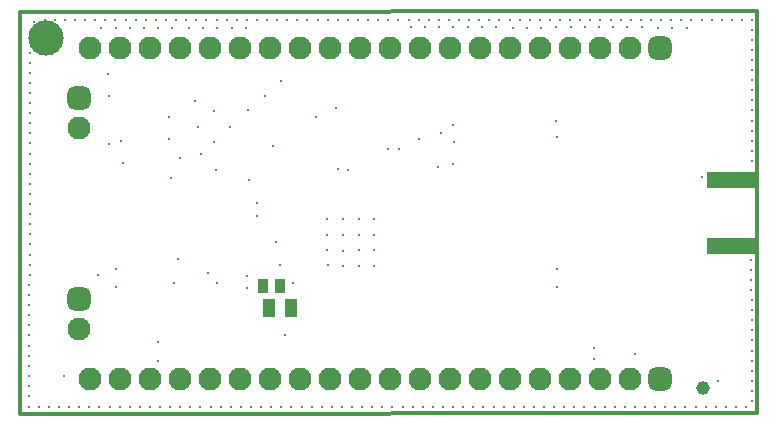
<source format=gbs>
G04*
G04 #@! TF.GenerationSoftware,Altium Limited,Altium Designer,20.2.6 (244)*
G04*
G04 Layer_Color=16711935*
%FSLAX43Y43*%
%MOMM*%
G71*
G04*
G04 #@! TF.SameCoordinates,C144CD18-1887-4FAA-AC2B-496F7D53F270*
G04*
G04*
G04 #@! TF.FilePolarity,Negative*
G04*
G01*
G75*
%ADD12C,0.300*%
%ADD30R,0.875X1.150*%
%ADD37R,4.300X1.450*%
%ADD40C,3.000*%
%ADD41C,1.950*%
G04:AMPARAMS|DCode=42|XSize=1.95mm|YSize=1.95mm|CornerRadius=0.525mm|HoleSize=0mm|Usage=FLASHONLY|Rotation=180.000|XOffset=0mm|YOffset=0mm|HoleType=Round|Shape=RoundedRectangle|*
%AMROUNDEDRECTD42*
21,1,1.950,0.900,0,0,180.0*
21,1,0.900,1.950,0,0,180.0*
1,1,1.050,-0.450,0.450*
1,1,1.050,0.450,0.450*
1,1,1.050,0.450,-0.450*
1,1,1.050,-0.450,-0.450*
%
%ADD42ROUNDEDRECTD42*%
G04:AMPARAMS|DCode=43|XSize=1.95mm|YSize=1.95mm|CornerRadius=0.525mm|HoleSize=0mm|Usage=FLASHONLY|Rotation=270.000|XOffset=0mm|YOffset=0mm|HoleType=Round|Shape=RoundedRectangle|*
%AMROUNDEDRECTD43*
21,1,1.950,0.900,0,0,270.0*
21,1,0.900,1.950,0,0,270.0*
1,1,1.050,-0.450,-0.450*
1,1,1.050,-0.450,0.450*
1,1,1.050,0.450,0.450*
1,1,1.050,0.450,-0.450*
%
%ADD43ROUNDEDRECTD43*%
%ADD44C,0.100*%
%ADD45C,0.250*%
%ADD88R,1.110X1.550*%
%ADD89C,1.150*%
D12*
X-9Y17005D02*
X62391Y17098D01*
X-9Y17005D02*
X0Y-17000D01*
X62391Y17098D02*
X62401Y-16907D01*
X0Y-17000D02*
X62401Y-16907D01*
D30*
X20531Y-6136D02*
D03*
X21956D02*
D03*
D37*
X60270Y-2800D02*
D03*
Y2850D02*
D03*
D40*
X2200Y14800D02*
D03*
D41*
X5870Y14000D02*
D03*
X8410D02*
D03*
X10950D02*
D03*
X13490D02*
D03*
X16030D02*
D03*
X18570D02*
D03*
X21110D02*
D03*
X23650D02*
D03*
X26190D02*
D03*
X28730D02*
D03*
X31270D02*
D03*
X33810D02*
D03*
X36350D02*
D03*
X38890D02*
D03*
X41430D02*
D03*
X43970D02*
D03*
X46510D02*
D03*
X49050D02*
D03*
X51590D02*
D03*
X5000Y-9770D02*
D03*
Y7230D02*
D03*
X51590Y-14000D02*
D03*
X49050D02*
D03*
X46510D02*
D03*
X43970D02*
D03*
X41430D02*
D03*
X38890D02*
D03*
X36350D02*
D03*
X33810D02*
D03*
X31270D02*
D03*
X28730D02*
D03*
X26190D02*
D03*
X23650D02*
D03*
X21110D02*
D03*
X18570D02*
D03*
X16030D02*
D03*
X13490D02*
D03*
X10950D02*
D03*
X8410D02*
D03*
X5870D02*
D03*
D42*
X54130Y14000D02*
D03*
Y-14000D02*
D03*
D43*
X5000Y-7230D02*
D03*
Y9770D02*
D03*
D44*
X46273Y-563D02*
D03*
X39412Y10849D02*
D03*
X41904Y10854D02*
D03*
X38788Y10849D02*
D03*
X41281D02*
D03*
X38165D02*
D03*
X40658D02*
D03*
X37542D02*
D03*
X40035D02*
D03*
X43150Y10858D02*
D03*
X45643D02*
D03*
X45020D02*
D03*
X44397D02*
D03*
X42527D02*
D03*
X43773D02*
D03*
X46266D02*
D03*
X48135Y10859D02*
D03*
X46889D02*
D03*
X48759D02*
D03*
X47512D02*
D03*
X61009Y15043D02*
D03*
X60559Y14143D02*
D03*
X61009Y13243D02*
D03*
X60559Y12343D02*
D03*
X61009Y11443D02*
D03*
X60559Y10543D02*
D03*
X61009Y9643D02*
D03*
X60559Y8743D02*
D03*
X61009Y7843D02*
D03*
X60559Y6943D02*
D03*
X61009Y6043D02*
D03*
X60559Y5143D02*
D03*
X61009Y4243D02*
D03*
Y-4757D02*
D03*
X60559Y-5657D02*
D03*
X61009Y-6557D02*
D03*
X60559Y-7457D02*
D03*
X61009Y-8357D02*
D03*
X60559Y-9257D02*
D03*
X61009Y-10157D02*
D03*
X60559Y-11057D02*
D03*
X61009Y-11957D02*
D03*
X60559Y-12857D02*
D03*
X61009Y-13757D02*
D03*
X60559Y-14657D02*
D03*
X61009Y-15557D02*
D03*
X60109Y15043D02*
D03*
X59659Y14143D02*
D03*
X60109Y13243D02*
D03*
X59659Y12343D02*
D03*
X60109Y11443D02*
D03*
X59659Y10543D02*
D03*
X60109Y9643D02*
D03*
X59659Y8743D02*
D03*
X60109Y7843D02*
D03*
X59659Y6943D02*
D03*
X60109Y6043D02*
D03*
X59659Y5143D02*
D03*
X60109Y4243D02*
D03*
Y-4757D02*
D03*
X59659Y-5657D02*
D03*
X60109Y-6557D02*
D03*
X59659Y-7457D02*
D03*
X60109Y-8357D02*
D03*
X59659Y-9257D02*
D03*
X60109Y-10157D02*
D03*
X59659Y-11057D02*
D03*
X60109Y-11957D02*
D03*
X59659Y-12857D02*
D03*
X60109Y-13757D02*
D03*
X59659Y-14657D02*
D03*
X60109Y-15557D02*
D03*
X59209Y15043D02*
D03*
X58759Y14143D02*
D03*
X59209Y13243D02*
D03*
X58759Y12343D02*
D03*
X59209Y11443D02*
D03*
X58759Y10543D02*
D03*
X59209Y9643D02*
D03*
X58759Y8743D02*
D03*
X59209Y7843D02*
D03*
X58759Y6943D02*
D03*
X59209Y6043D02*
D03*
X58759Y5143D02*
D03*
X59209Y4243D02*
D03*
Y-4757D02*
D03*
X58759Y-5657D02*
D03*
X59209Y-6557D02*
D03*
X58759Y-7457D02*
D03*
X59209Y-8357D02*
D03*
X58759Y-9257D02*
D03*
X59209Y-10157D02*
D03*
X58759Y-11057D02*
D03*
X59209Y-11957D02*
D03*
X58759Y-12857D02*
D03*
X59209Y-15557D02*
D03*
X58309Y15043D02*
D03*
X57859Y14143D02*
D03*
X58309Y13243D02*
D03*
X57859Y12343D02*
D03*
X58309Y11443D02*
D03*
X57859Y10543D02*
D03*
X58309Y9643D02*
D03*
X57859Y8743D02*
D03*
X58309Y7843D02*
D03*
X57859Y6943D02*
D03*
X58309Y6043D02*
D03*
X57859Y5143D02*
D03*
X58309Y4243D02*
D03*
Y-4757D02*
D03*
X57859Y-5657D02*
D03*
X58309Y-6557D02*
D03*
X57859Y-7457D02*
D03*
X58309Y-8357D02*
D03*
X57859Y-9257D02*
D03*
X58309Y-10157D02*
D03*
X57859Y-11057D02*
D03*
X58309Y-11957D02*
D03*
X57859Y-12857D02*
D03*
X58309Y-13757D02*
D03*
X57409Y15043D02*
D03*
X56959Y14143D02*
D03*
X57409Y13243D02*
D03*
X56959Y12343D02*
D03*
X57409Y11443D02*
D03*
X56959Y10543D02*
D03*
X57409Y9643D02*
D03*
X56959Y8743D02*
D03*
X57409Y7843D02*
D03*
X56959Y6943D02*
D03*
X57409Y6043D02*
D03*
X56959Y5143D02*
D03*
X57409Y4243D02*
D03*
X56959Y3343D02*
D03*
X57409Y-2957D02*
D03*
X56959Y-3857D02*
D03*
X57409Y-4757D02*
D03*
X56959Y-5657D02*
D03*
X57409Y-6557D02*
D03*
X56959Y-7457D02*
D03*
X57409Y-8357D02*
D03*
X56959Y-9257D02*
D03*
X57409Y-10157D02*
D03*
X56959Y-11057D02*
D03*
X57409Y-11957D02*
D03*
X56959Y-12857D02*
D03*
X57409Y-13757D02*
D03*
X56059Y14143D02*
D03*
X56509Y13243D02*
D03*
X56059Y12343D02*
D03*
X56509Y11443D02*
D03*
X56059Y10543D02*
D03*
X56509Y9643D02*
D03*
X56059Y8743D02*
D03*
X56509Y7843D02*
D03*
X56059Y6943D02*
D03*
X56509Y6043D02*
D03*
X56059Y5143D02*
D03*
X56509Y4243D02*
D03*
X56059Y3343D02*
D03*
X56509Y2443D02*
D03*
Y-2957D02*
D03*
X56059Y-3857D02*
D03*
X56509Y-4757D02*
D03*
X56059Y-5657D02*
D03*
X56509Y-6557D02*
D03*
X56059Y-7457D02*
D03*
X56509Y-8357D02*
D03*
X56059Y-9257D02*
D03*
X56509Y-10157D02*
D03*
X56059Y-11057D02*
D03*
X56509Y-11957D02*
D03*
X56059Y-12857D02*
D03*
X56509Y-13757D02*
D03*
X56059Y-14657D02*
D03*
X56509Y-15557D02*
D03*
X55609Y15043D02*
D03*
Y13243D02*
D03*
X55159Y12343D02*
D03*
X55609Y11443D02*
D03*
X55159Y10543D02*
D03*
X55609Y9643D02*
D03*
X55159Y8743D02*
D03*
X55609Y7843D02*
D03*
X55159Y6943D02*
D03*
X55609Y6043D02*
D03*
X55159Y5143D02*
D03*
X55609Y4243D02*
D03*
X55159Y3343D02*
D03*
X55609Y2443D02*
D03*
Y-2957D02*
D03*
X55159Y-3857D02*
D03*
X55609Y-4757D02*
D03*
X55159Y-5657D02*
D03*
X55609Y-6557D02*
D03*
X55159Y-7457D02*
D03*
X55609Y-8357D02*
D03*
X55159Y-9257D02*
D03*
X55609Y-10157D02*
D03*
X55159Y-11057D02*
D03*
X55609Y-11957D02*
D03*
Y-13757D02*
D03*
Y-15557D02*
D03*
X54259Y12343D02*
D03*
X54709Y11443D02*
D03*
X54259Y10543D02*
D03*
X54709Y9643D02*
D03*
X54259Y8743D02*
D03*
X54709Y7843D02*
D03*
X54259Y6943D02*
D03*
X54709Y6043D02*
D03*
X54259Y5143D02*
D03*
X54709Y4243D02*
D03*
X54259Y3343D02*
D03*
X54709Y2443D02*
D03*
Y-2957D02*
D03*
X54259Y-3857D02*
D03*
X54709Y-4757D02*
D03*
X54259Y-5657D02*
D03*
X54709Y-6557D02*
D03*
X54259Y-7457D02*
D03*
X54709Y-8357D02*
D03*
X54259Y-9257D02*
D03*
X54709Y-10157D02*
D03*
X54259Y-11057D02*
D03*
X54709Y-11957D02*
D03*
Y-15557D02*
D03*
X53359Y12343D02*
D03*
X53809Y11443D02*
D03*
X53359Y10543D02*
D03*
X53809Y9643D02*
D03*
X53359Y8743D02*
D03*
X53809Y7843D02*
D03*
X53359Y6943D02*
D03*
X53809Y6043D02*
D03*
X53359Y5143D02*
D03*
X53809Y4243D02*
D03*
X53359Y3343D02*
D03*
X53809Y2443D02*
D03*
Y-2957D02*
D03*
X53359Y-3857D02*
D03*
X53809Y-4757D02*
D03*
X53359Y-5657D02*
D03*
X53809Y-6557D02*
D03*
X53359Y-7457D02*
D03*
X53809Y-8357D02*
D03*
X53359Y-11057D02*
D03*
X53809Y-11957D02*
D03*
Y-15557D02*
D03*
X52909Y15043D02*
D03*
X52459Y12343D02*
D03*
X52909Y11443D02*
D03*
Y9643D02*
D03*
X52459Y8743D02*
D03*
X52909Y7843D02*
D03*
X52459Y6943D02*
D03*
X52909Y6043D02*
D03*
X52459Y5143D02*
D03*
X52909Y4243D02*
D03*
X52459Y3343D02*
D03*
X52909Y2443D02*
D03*
Y-2957D02*
D03*
X52459Y-3857D02*
D03*
X52909Y-4757D02*
D03*
X52459Y-5657D02*
D03*
X52909Y-6557D02*
D03*
X52459Y-7457D02*
D03*
X52909Y-8357D02*
D03*
X52459Y-9257D02*
D03*
Y-11057D02*
D03*
X52909Y-11957D02*
D03*
X52459Y-12857D02*
D03*
X52909Y-15557D02*
D03*
X51559Y12343D02*
D03*
X52009Y11443D02*
D03*
X51559Y10543D02*
D03*
X52009Y9643D02*
D03*
X51559Y8743D02*
D03*
X52009Y7843D02*
D03*
X51559Y6943D02*
D03*
X52009Y6043D02*
D03*
X51559Y5143D02*
D03*
X52009Y4243D02*
D03*
X51559Y3343D02*
D03*
X52009Y2443D02*
D03*
Y-2957D02*
D03*
X51559Y-3857D02*
D03*
X52009Y-4757D02*
D03*
X51559Y-5657D02*
D03*
X52009Y-6557D02*
D03*
X51559Y-7457D02*
D03*
X52009Y-8357D02*
D03*
X51559Y-11057D02*
D03*
X52009Y-15557D02*
D03*
X51109Y11443D02*
D03*
Y9643D02*
D03*
X50659Y8743D02*
D03*
X51109Y7843D02*
D03*
X50659Y6943D02*
D03*
X51109Y6043D02*
D03*
X50659Y5143D02*
D03*
X51109Y4243D02*
D03*
X50659Y3343D02*
D03*
X51109Y2443D02*
D03*
Y-2957D02*
D03*
X50659Y-3857D02*
D03*
X51109Y-4757D02*
D03*
X50659Y-5657D02*
D03*
X51109Y-6557D02*
D03*
X50659Y-7457D02*
D03*
X51109Y-8357D02*
D03*
X50659Y-9257D02*
D03*
Y-12857D02*
D03*
X51109Y-15557D02*
D03*
X50209Y9643D02*
D03*
X49759Y8743D02*
D03*
X50209Y7843D02*
D03*
X49759Y6943D02*
D03*
X50209Y6043D02*
D03*
X49759Y5143D02*
D03*
X50209Y4243D02*
D03*
X49759Y3343D02*
D03*
X50209Y2443D02*
D03*
Y-2957D02*
D03*
X49759Y-3857D02*
D03*
X50209Y-4757D02*
D03*
X49759Y-5657D02*
D03*
X50209Y-6557D02*
D03*
X49759Y-7457D02*
D03*
X50209Y-8357D02*
D03*
X49759Y-9257D02*
D03*
X48859Y12343D02*
D03*
X49309Y9643D02*
D03*
X48859Y8743D02*
D03*
X49309Y7843D02*
D03*
X48859Y6943D02*
D03*
X49309Y6043D02*
D03*
X48859Y5143D02*
D03*
X49309Y4243D02*
D03*
X48859Y3343D02*
D03*
X49309Y-4757D02*
D03*
Y-6557D02*
D03*
X48859Y-7457D02*
D03*
X49309Y-8357D02*
D03*
X48859Y-9257D02*
D03*
X48409Y9643D02*
D03*
X47959Y8743D02*
D03*
X48409Y7843D02*
D03*
X47959Y6943D02*
D03*
X48409Y6043D02*
D03*
X47959Y5143D02*
D03*
X48409Y4243D02*
D03*
X47959Y3343D02*
D03*
X48409Y-6557D02*
D03*
X47959Y-7457D02*
D03*
X48409Y-8357D02*
D03*
X47959Y-9257D02*
D03*
X47509Y15043D02*
D03*
Y9643D02*
D03*
X47059Y8743D02*
D03*
X47509Y-2957D02*
D03*
Y-8357D02*
D03*
X47059Y-9257D02*
D03*
X46159Y12343D02*
D03*
X46609Y9643D02*
D03*
Y-15557D02*
D03*
X45259Y12343D02*
D03*
X45709Y9643D02*
D03*
X45259Y5143D02*
D03*
X45709Y4243D02*
D03*
X45259Y3343D02*
D03*
Y-7457D02*
D03*
Y-9257D02*
D03*
X45709Y-15557D02*
D03*
X44359Y12343D02*
D03*
X44809Y9643D02*
D03*
X44359Y5143D02*
D03*
X44809Y4243D02*
D03*
X44359Y3343D02*
D03*
X44809Y-8357D02*
D03*
X44359Y-9257D02*
D03*
X43459Y12343D02*
D03*
X43909Y9643D02*
D03*
X43459Y6943D02*
D03*
X43909Y6043D02*
D03*
X43459Y5143D02*
D03*
X43909Y4243D02*
D03*
X43459Y3343D02*
D03*
X43909Y-4757D02*
D03*
X43459Y-5657D02*
D03*
X43909Y-8357D02*
D03*
X43459Y-9257D02*
D03*
X43009Y9643D02*
D03*
X42559Y6943D02*
D03*
X43009Y6043D02*
D03*
X42559Y5143D02*
D03*
X43009Y4243D02*
D03*
X42559Y3343D02*
D03*
X43009Y-4757D02*
D03*
X42559Y-5657D02*
D03*
X43009Y-6557D02*
D03*
Y-8357D02*
D03*
X42559Y-9257D02*
D03*
X42109Y9643D02*
D03*
X41659Y6943D02*
D03*
X42109Y6043D02*
D03*
X41659Y5143D02*
D03*
X42109Y4243D02*
D03*
X41659Y3343D02*
D03*
X42109Y-4757D02*
D03*
X41659Y-5657D02*
D03*
X42109Y-6557D02*
D03*
Y-8357D02*
D03*
X41659Y-9257D02*
D03*
X41209Y9643D02*
D03*
X40759Y6943D02*
D03*
X41209Y6043D02*
D03*
X40759Y5143D02*
D03*
X41209Y4243D02*
D03*
X40759Y3343D02*
D03*
X41209Y-4757D02*
D03*
Y-8357D02*
D03*
X40759Y-9257D02*
D03*
X40309Y9643D02*
D03*
X39859Y6943D02*
D03*
X40309Y6043D02*
D03*
X39859Y5143D02*
D03*
X40309Y4243D02*
D03*
X39859Y3343D02*
D03*
X40309Y-4757D02*
D03*
Y-8357D02*
D03*
X39859Y-9257D02*
D03*
X39409Y9643D02*
D03*
Y6043D02*
D03*
X38959Y5143D02*
D03*
X39409Y4243D02*
D03*
Y-4757D02*
D03*
Y-8357D02*
D03*
X38959Y-9257D02*
D03*
X38509Y9643D02*
D03*
X38059Y6943D02*
D03*
X38509Y4243D02*
D03*
Y-4757D02*
D03*
Y-8357D02*
D03*
X38059Y-9257D02*
D03*
X37609Y15043D02*
D03*
Y9643D02*
D03*
X37159Y5143D02*
D03*
X37609Y-4757D02*
D03*
Y-8357D02*
D03*
X37159Y-9257D02*
D03*
X36709Y9643D02*
D03*
Y-4757D02*
D03*
Y-8357D02*
D03*
X36259Y-9257D02*
D03*
X35809Y9643D02*
D03*
X35359Y5143D02*
D03*
X35809Y-4757D02*
D03*
X35359Y-9257D02*
D03*
X34909Y15043D02*
D03*
X34009Y9643D02*
D03*
X28609Y-15557D02*
D03*
X24559Y12343D02*
D03*
X21409Y9643D02*
D03*
X20059Y8743D02*
D03*
Y-12857D02*
D03*
X19609Y9643D02*
D03*
Y7843D02*
D03*
X18708Y9643D02*
D03*
X18259Y8743D02*
D03*
X18708Y7843D02*
D03*
X17809Y9643D02*
D03*
X17358Y8743D02*
D03*
X17809Y6043D02*
D03*
X17358Y5143D02*
D03*
Y3343D02*
D03*
Y1543D02*
D03*
X16909Y9643D02*
D03*
Y7843D02*
D03*
X16458Y6943D02*
D03*
Y5143D02*
D03*
X16909Y2443D02*
D03*
X16458Y1543D02*
D03*
X16008Y9643D02*
D03*
X15559Y8743D02*
D03*
X16008Y7843D02*
D03*
Y4243D02*
D03*
X15559Y3343D02*
D03*
X14658Y8743D02*
D03*
X15108Y6043D02*
D03*
Y4243D02*
D03*
X14658Y3343D02*
D03*
Y-3857D02*
D03*
Y-5657D02*
D03*
Y-7457D02*
D03*
Y-12857D02*
D03*
X13759Y8743D02*
D03*
X14208Y7843D02*
D03*
X13759Y6943D02*
D03*
X14208Y6043D02*
D03*
Y4243D02*
D03*
X13759Y3343D02*
D03*
Y-257D02*
D03*
X14208Y-4757D02*
D03*
X13759Y-5657D02*
D03*
X14208Y-6557D02*
D03*
X13759Y-7457D02*
D03*
X13309Y7843D02*
D03*
Y6043D02*
D03*
X12858Y5143D02*
D03*
Y1543D02*
D03*
X13309Y643D02*
D03*
X12858Y-257D02*
D03*
X13309Y-1157D02*
D03*
X12858Y-2057D02*
D03*
X13309Y-4757D02*
D03*
Y-6557D02*
D03*
X12408Y15043D02*
D03*
Y4243D02*
D03*
Y643D02*
D03*
Y-1157D02*
D03*
Y-2957D02*
D03*
Y-4757D02*
D03*
Y-6557D02*
D03*
X10158Y-11057D02*
D03*
X9708Y15043D02*
D03*
X9259Y-9257D02*
D03*
Y-11057D02*
D03*
X9708Y-11957D02*
D03*
X9259Y-12857D02*
D03*
X8358Y5143D02*
D03*
Y3343D02*
D03*
X8809Y2443D02*
D03*
X8358Y1543D02*
D03*
X8809Y643D02*
D03*
X8358Y-257D02*
D03*
X8809Y-1157D02*
D03*
X8358Y-2057D02*
D03*
X8809Y-2957D02*
D03*
X8358Y-3857D02*
D03*
X8809Y-8357D02*
D03*
X8358Y-9257D02*
D03*
Y-11057D02*
D03*
X8809Y-11957D02*
D03*
X7458Y8743D02*
D03*
Y5143D02*
D03*
X7909Y4243D02*
D03*
X7458Y3343D02*
D03*
X7909Y2443D02*
D03*
X7458Y1543D02*
D03*
X7909Y643D02*
D03*
X7458Y-257D02*
D03*
X7909Y-1157D02*
D03*
X7458Y-2057D02*
D03*
X7909Y-2957D02*
D03*
X7458Y-3857D02*
D03*
Y-5657D02*
D03*
X7909Y-8357D02*
D03*
X7458Y-9257D02*
D03*
Y-11057D02*
D03*
X7909Y-11957D02*
D03*
X7458Y-12857D02*
D03*
X6558Y12343D02*
D03*
Y10543D02*
D03*
Y8743D02*
D03*
X7008Y7843D02*
D03*
X6558Y5143D02*
D03*
X7008Y4243D02*
D03*
X6558Y3343D02*
D03*
X7008Y2443D02*
D03*
X6558Y1543D02*
D03*
X7008Y643D02*
D03*
X6558Y-257D02*
D03*
X7008Y-1157D02*
D03*
X6558Y-2057D02*
D03*
X7008Y-2957D02*
D03*
X6558Y-3857D02*
D03*
X7008Y-6557D02*
D03*
Y-8357D02*
D03*
X6558Y-9257D02*
D03*
X7008Y-11957D02*
D03*
X5659Y12343D02*
D03*
X6108Y11443D02*
D03*
Y6043D02*
D03*
X5659Y5143D02*
D03*
X6108Y4243D02*
D03*
X5659Y3343D02*
D03*
X6108Y2443D02*
D03*
X5659Y1543D02*
D03*
X6108Y643D02*
D03*
X5659Y-257D02*
D03*
X6108Y-1157D02*
D03*
X5659Y-2057D02*
D03*
X6108Y-2957D02*
D03*
X5659Y-3857D02*
D03*
Y-5657D02*
D03*
X6108Y-11957D02*
D03*
Y-15557D02*
D03*
X4758Y5143D02*
D03*
X5208Y4243D02*
D03*
X4758Y3343D02*
D03*
X5208Y2443D02*
D03*
X4758Y1543D02*
D03*
X5208Y643D02*
D03*
X4758Y-257D02*
D03*
X5208Y-1157D02*
D03*
X4758Y-2057D02*
D03*
X5208Y-2957D02*
D03*
X4758Y-3857D02*
D03*
X5208Y-4757D02*
D03*
X4758Y-5657D02*
D03*
X5208Y-11957D02*
D03*
X4758Y-12857D02*
D03*
X5208Y-15557D02*
D03*
X4308Y15043D02*
D03*
X3858Y14143D02*
D03*
X4308Y13243D02*
D03*
X3858Y12343D02*
D03*
X4308Y11443D02*
D03*
X3858Y5143D02*
D03*
X4308Y4243D02*
D03*
X3858Y3343D02*
D03*
X4308Y2443D02*
D03*
X3858Y1543D02*
D03*
X4308Y643D02*
D03*
X3858Y-257D02*
D03*
X4308Y-1157D02*
D03*
X3858Y-2057D02*
D03*
X4308Y-2957D02*
D03*
X3858Y-3857D02*
D03*
X4308Y-4757D02*
D03*
X3858Y-5657D02*
D03*
Y-11057D02*
D03*
X4308Y-11957D02*
D03*
X3858Y-12857D02*
D03*
Y-14657D02*
D03*
X4308Y-15557D02*
D03*
X3408Y15043D02*
D03*
Y13243D02*
D03*
X2958Y12343D02*
D03*
X3408Y11443D02*
D03*
X2958Y10543D02*
D03*
X3408Y9643D02*
D03*
X2958Y8743D02*
D03*
X3408Y7843D02*
D03*
X2958Y6943D02*
D03*
X3408Y6043D02*
D03*
X2958Y5143D02*
D03*
X3408Y4243D02*
D03*
X2958Y3343D02*
D03*
X3408Y2443D02*
D03*
X2958Y1543D02*
D03*
X3408Y643D02*
D03*
X2958Y-257D02*
D03*
X3408Y-1157D02*
D03*
X2958Y-2057D02*
D03*
X3408Y-2957D02*
D03*
X2958Y-3857D02*
D03*
X3408Y-4757D02*
D03*
X2958Y-5657D02*
D03*
X3408Y-6557D02*
D03*
X2958Y-7457D02*
D03*
X3408Y-8357D02*
D03*
X2958Y-9257D02*
D03*
X3408Y-10157D02*
D03*
X2958Y-11057D02*
D03*
X3408Y-11957D02*
D03*
X2958Y-12857D02*
D03*
Y-14657D02*
D03*
X3408Y-15557D02*
D03*
X2508Y13243D02*
D03*
X2058Y12343D02*
D03*
X2508Y11443D02*
D03*
X2058Y10543D02*
D03*
X2508Y9643D02*
D03*
X2058Y8743D02*
D03*
X2508Y7843D02*
D03*
X2058Y6943D02*
D03*
X2508Y6043D02*
D03*
X2058Y5143D02*
D03*
X2508Y4243D02*
D03*
X2058Y3343D02*
D03*
X2508Y2443D02*
D03*
X2058Y1543D02*
D03*
X2508Y643D02*
D03*
X2058Y-257D02*
D03*
X2508Y-1157D02*
D03*
X2058Y-2057D02*
D03*
X2508Y-2957D02*
D03*
X2058Y-3857D02*
D03*
X2508Y-4757D02*
D03*
X2058Y-5657D02*
D03*
X2508Y-6557D02*
D03*
X2058Y-7457D02*
D03*
X2508Y-8357D02*
D03*
X2058Y-9257D02*
D03*
X2508Y-10157D02*
D03*
X2058Y-11057D02*
D03*
X2508Y-11957D02*
D03*
X2058Y-12857D02*
D03*
X2508Y-13757D02*
D03*
X2058Y-14657D02*
D03*
X2508Y-15557D02*
D03*
X1608Y13243D02*
D03*
Y11443D02*
D03*
Y9643D02*
D03*
Y7843D02*
D03*
Y6043D02*
D03*
Y4243D02*
D03*
Y2443D02*
D03*
Y643D02*
D03*
Y-1157D02*
D03*
Y-2957D02*
D03*
Y-4757D02*
D03*
Y-6557D02*
D03*
Y-8357D02*
D03*
Y-10157D02*
D03*
Y-11957D02*
D03*
Y-13757D02*
D03*
Y-15557D02*
D03*
X36347Y-2251D02*
D03*
X36327Y1896D02*
D03*
X36395Y2893D02*
D03*
X46062Y-1175D02*
D03*
X48581Y904D02*
D03*
X48878Y-717D02*
D03*
X49413Y-1066D02*
D03*
X50156D02*
D03*
X47428Y-1000D02*
D03*
X47244Y-1632D02*
D03*
X50630Y-1462D02*
D03*
X53129Y-1066D02*
D03*
X52386D02*
D03*
X54615D02*
D03*
X53872D02*
D03*
X56101D02*
D03*
X55358D02*
D03*
X61263Y-1405D02*
D03*
X62006D02*
D03*
X59777D02*
D03*
X60520D02*
D03*
X58291D02*
D03*
X59034D02*
D03*
X56744Y-1066D02*
D03*
X51890Y-1462D02*
D03*
X59030Y1456D02*
D03*
X58287D02*
D03*
X60516D02*
D03*
X59773D02*
D03*
X62002D02*
D03*
X61259D02*
D03*
X57708Y1139D02*
D03*
X56322D02*
D03*
X57065D02*
D03*
X54836D02*
D03*
X55579D02*
D03*
X53349D02*
D03*
X54093D02*
D03*
X51963D02*
D03*
X52706D02*
D03*
X50477D02*
D03*
X51220D02*
D03*
X49734D02*
D03*
X49042Y1224D02*
D03*
X43119Y1116D02*
D03*
X42376D02*
D03*
X44506D02*
D03*
X43762D02*
D03*
X45992D02*
D03*
X45249D02*
D03*
X46735D02*
D03*
X45425Y-1047D02*
D03*
X43938D02*
D03*
X44681D02*
D03*
X42452D02*
D03*
X43195D02*
D03*
X41066D02*
D03*
X41809D02*
D03*
X39580D02*
D03*
X40323D02*
D03*
X38836D02*
D03*
X36155Y-751D02*
D03*
X38093Y-1047D02*
D03*
X35374Y-751D02*
D03*
X39711Y2400D02*
D03*
X38225D02*
D03*
X38968D02*
D03*
X37482D02*
D03*
X36947Y1114D02*
D03*
Y1857D02*
D03*
X36265Y1161D02*
D03*
X37626Y-1439D02*
D03*
X36365D02*
D03*
X36969Y-1648D02*
D03*
X51220Y-1610D02*
D03*
X37837Y-2466D02*
D03*
X38580D02*
D03*
X40066D02*
D03*
X39323D02*
D03*
X41552D02*
D03*
X40809D02*
D03*
X42939D02*
D03*
X42195D02*
D03*
X44425D02*
D03*
X43682D02*
D03*
X37812Y-3575D02*
D03*
X38555D02*
D03*
X40041D02*
D03*
X39298D02*
D03*
X41527D02*
D03*
X40784D02*
D03*
X42913D02*
D03*
X42170D02*
D03*
X43657D02*
D03*
X45132Y-3446D02*
D03*
X44400Y-3575D02*
D03*
X45805Y-3132D02*
D03*
X46374Y-2654D02*
D03*
X46900Y-2129D02*
D03*
X45668Y-1674D02*
D03*
X45098Y-2152D02*
D03*
X36539Y-3979D02*
D03*
X37282D02*
D03*
X35053D02*
D03*
X35796D02*
D03*
X34309D02*
D03*
X35604Y-2251D02*
D03*
X44877Y1648D02*
D03*
X45621D02*
D03*
X43391D02*
D03*
X44134D02*
D03*
X42748D02*
D03*
X37882Y2893D02*
D03*
X37138D02*
D03*
X39368D02*
D03*
X38625D02*
D03*
X36739Y2400D02*
D03*
X46364Y1648D02*
D03*
X46048Y2152D02*
D03*
X40946D02*
D03*
X40203D02*
D03*
X42433D02*
D03*
X41690D02*
D03*
X43819D02*
D03*
X43076D02*
D03*
X45305D02*
D03*
X44562D02*
D03*
X44759Y-4069D02*
D03*
X44016D02*
D03*
X42529D02*
D03*
X43272D02*
D03*
X41143D02*
D03*
X41886D02*
D03*
X39657D02*
D03*
X40400D02*
D03*
X38914D02*
D03*
X38171D02*
D03*
X46849Y-3208D02*
D03*
X44326Y-1734D02*
D03*
X42840D02*
D03*
X43583D02*
D03*
X41453D02*
D03*
X42196D02*
D03*
X39967D02*
D03*
X40710D02*
D03*
X39224D02*
D03*
X38481D02*
D03*
X45018Y-1520D02*
D03*
X57411Y1695D02*
D03*
X55925D02*
D03*
X56668D02*
D03*
X54439D02*
D03*
X55182D02*
D03*
X53052D02*
D03*
X53795D02*
D03*
X51566D02*
D03*
X52309D02*
D03*
X50823D02*
D03*
X50080D02*
D03*
X49337D02*
D03*
X52774Y-1646D02*
D03*
X53517D02*
D03*
X55003D02*
D03*
X54260D02*
D03*
X56490D02*
D03*
X55746D02*
D03*
X49800Y-1574D02*
D03*
X57803Y-1727D02*
D03*
X57160D02*
D03*
X53164Y-2240D02*
D03*
X54650D02*
D03*
X53907Y-2240D02*
D03*
X55393Y-2240D02*
D03*
X56136D02*
D03*
X57623Y-2240D02*
D03*
X56879D02*
D03*
X52421Y-2240D02*
D03*
X51678Y-2240D02*
D03*
X50934D02*
D03*
X49448Y-2240D02*
D03*
X50191Y-2240D02*
D03*
X40147Y1116D02*
D03*
X40890D02*
D03*
X42005Y1648D02*
D03*
X40519D02*
D03*
X41262D02*
D03*
X41633Y1116D02*
D03*
X28484Y-8637D02*
D03*
X28590Y-8053D02*
D03*
X52202Y10719D02*
D03*
X49382Y10956D02*
D03*
X50005D02*
D03*
X50628D02*
D03*
X53417Y-9880D02*
D03*
X52794D02*
D03*
X52171D02*
D03*
X51548D02*
D03*
X50925D02*
D03*
X50302D02*
D03*
X48432D02*
D03*
X49055D02*
D03*
X49678D02*
D03*
X28811Y5677D02*
D03*
X27979Y5686D02*
D03*
D45*
X26048Y-4408D02*
D03*
X35382Y3882D02*
D03*
X61899Y2819D02*
D03*
X61929Y-2845D02*
D03*
X45402Y-6230D02*
D03*
X61105Y2833D02*
D03*
X58537Y2857D02*
D03*
X60246Y2857D02*
D03*
X59392Y2857D02*
D03*
X61112Y-2827D02*
D03*
X58543Y-2803D02*
D03*
X60253Y-2803D02*
D03*
X59398Y-2803D02*
D03*
X707Y-16381D02*
D03*
X1562D02*
D03*
X2417D02*
D03*
X4126D02*
D03*
X5836D02*
D03*
X4981D02*
D03*
X3272D02*
D03*
X732Y-13764D02*
D03*
X732Y-12054D02*
D03*
X732Y-11200D02*
D03*
X732Y-12909D02*
D03*
Y-14619D02*
D03*
Y-15474D02*
D03*
X756Y-10341D02*
D03*
Y-9486D02*
D03*
Y-7776D02*
D03*
X756Y-6067D02*
D03*
X756Y-6921D02*
D03*
X756Y-8631D02*
D03*
X805Y1635D02*
D03*
X805Y3345D02*
D03*
X805Y4199D02*
D03*
X805Y2490D02*
D03*
Y780D02*
D03*
Y-75D02*
D03*
X780Y-5208D02*
D03*
Y-4353D02*
D03*
Y-2643D02*
D03*
X780Y-934D02*
D03*
X780Y-1788D02*
D03*
X780Y-3498D02*
D03*
X853Y11901D02*
D03*
X853Y13610D02*
D03*
X853Y14465D02*
D03*
X853Y12756D02*
D03*
Y11046D02*
D03*
Y10191D02*
D03*
X829Y5058D02*
D03*
Y5913D02*
D03*
Y7623D02*
D03*
X829Y9332D02*
D03*
X829Y8478D02*
D03*
X829Y6768D02*
D03*
X853Y15320D02*
D03*
X18670Y-16381D02*
D03*
X20380D02*
D03*
X21235D02*
D03*
X19525D02*
D03*
X17816D02*
D03*
X16961D02*
D03*
X22094D02*
D03*
X22949D02*
D03*
X24658D02*
D03*
X26368D02*
D03*
X25513D02*
D03*
X23803D02*
D03*
X13537D02*
D03*
X15247D02*
D03*
X16102D02*
D03*
X14392D02*
D03*
X12683D02*
D03*
X11828D02*
D03*
X6695D02*
D03*
X7550D02*
D03*
X9259D02*
D03*
X10969D02*
D03*
X10114D02*
D03*
X8405D02*
D03*
X39202D02*
D03*
X40912D02*
D03*
X41767D02*
D03*
X40057D02*
D03*
X38347D02*
D03*
X37493D02*
D03*
X42626D02*
D03*
X43480D02*
D03*
X45190D02*
D03*
X46900D02*
D03*
X46045D02*
D03*
X44335D02*
D03*
X34069D02*
D03*
X35779D02*
D03*
X36634D02*
D03*
X34924D02*
D03*
X33215D02*
D03*
X32360D02*
D03*
X27227D02*
D03*
X28082D02*
D03*
X29791D02*
D03*
X31501D02*
D03*
X30646D02*
D03*
X28936D02*
D03*
X59734D02*
D03*
X61444D02*
D03*
X60589D02*
D03*
X58879D02*
D03*
X58025D02*
D03*
X54601D02*
D03*
X56311D02*
D03*
X57166D02*
D03*
X55456D02*
D03*
X53746D02*
D03*
X52892D02*
D03*
X47759D02*
D03*
X48613D02*
D03*
X50323D02*
D03*
X52033D02*
D03*
X51178D02*
D03*
X49468D02*
D03*
X61878Y-3919D02*
D03*
X61878Y-5629D02*
D03*
X61878Y-6483D02*
D03*
X61878Y-4774D02*
D03*
X61935Y-7346D02*
D03*
X61935Y-8201D02*
D03*
X61935Y-9911D02*
D03*
X61935Y-11620D02*
D03*
X61935Y-10766D02*
D03*
X61935Y-9056D02*
D03*
X61911Y-12479D02*
D03*
X61911Y-13334D02*
D03*
X61911Y-15044D02*
D03*
X61911Y-15899D02*
D03*
X61911Y-14189D02*
D03*
X61931Y14690D02*
D03*
Y15544D02*
D03*
Y13835D02*
D03*
Y12980D02*
D03*
Y9557D02*
D03*
Y11266D02*
D03*
Y12121D02*
D03*
Y10412D02*
D03*
Y8702D02*
D03*
Y7847D02*
D03*
Y5279D02*
D03*
Y6988D02*
D03*
Y6133D02*
D03*
Y4424D02*
D03*
X13184Y16401D02*
D03*
X11474Y16401D02*
D03*
X10619Y16401D02*
D03*
X12329Y16401D02*
D03*
X14039Y16401D02*
D03*
X14893Y16401D02*
D03*
X9760Y16401D02*
D03*
X8906D02*
D03*
X7196Y16401D02*
D03*
X5486D02*
D03*
X6341Y16401D02*
D03*
X8051D02*
D03*
X4627Y16401D02*
D03*
X3773Y16401D02*
D03*
X2063D02*
D03*
X2918D02*
D03*
X33716Y16401D02*
D03*
X32006D02*
D03*
X31151Y16401D02*
D03*
X32861Y16401D02*
D03*
X34570Y16401D02*
D03*
X35425Y16401D02*
D03*
X30292Y16401D02*
D03*
X29437Y16401D02*
D03*
X27728Y16401D02*
D03*
X26018Y16401D02*
D03*
X26873Y16401D02*
D03*
X28583Y16401D02*
D03*
X18317Y16401D02*
D03*
X16607D02*
D03*
X15752D02*
D03*
X17462D02*
D03*
X19171Y16401D02*
D03*
X20026Y16401D02*
D03*
X25159Y16401D02*
D03*
X24304Y16401D02*
D03*
X22595Y16401D02*
D03*
X20885Y16401D02*
D03*
X21740Y16401D02*
D03*
X23450D02*
D03*
X54247Y16401D02*
D03*
X52538Y16401D02*
D03*
X51683Y16401D02*
D03*
X53393Y16401D02*
D03*
X55102Y16401D02*
D03*
X55957Y16401D02*
D03*
X50824D02*
D03*
X49969Y16401D02*
D03*
X48260Y16401D02*
D03*
X46550D02*
D03*
X47405Y16401D02*
D03*
X49114Y16401D02*
D03*
X38849D02*
D03*
X37139D02*
D03*
X36284Y16401D02*
D03*
X37994Y16401D02*
D03*
X39703Y16401D02*
D03*
X40558Y16401D02*
D03*
X45691D02*
D03*
X44836Y16401D02*
D03*
X43127Y16401D02*
D03*
X41417Y16401D02*
D03*
X42272Y16401D02*
D03*
X43981D02*
D03*
X59380Y16401D02*
D03*
X57671Y16401D02*
D03*
X56816Y16401D02*
D03*
X58526Y16401D02*
D03*
X60235D02*
D03*
X61090D02*
D03*
X61931D02*
D03*
X1152Y16192D02*
D03*
X45367Y7835D02*
D03*
X57679Y3068D02*
D03*
X59094Y-14178D02*
D03*
X48584Y-12320D02*
D03*
Y-11432D02*
D03*
X22434Y-10286D02*
D03*
X7471Y5891D02*
D03*
X20015Y902D02*
D03*
X20040Y-228D02*
D03*
X19338Y2794D02*
D03*
X36632Y4135D02*
D03*
X36665Y7477D02*
D03*
X36743Y6011D02*
D03*
X35643Y6816D02*
D03*
X23086Y-5901D02*
D03*
X21649Y-2453D02*
D03*
X25981Y-500D02*
D03*
Y-3150D02*
D03*
X31134Y5439D02*
D03*
X32059D02*
D03*
X45405Y6448D02*
D03*
X21423Y5656D02*
D03*
X29956Y-500D02*
D03*
X28631D02*
D03*
X29956Y-1825D02*
D03*
X27306Y-1850D02*
D03*
X26893Y3747D02*
D03*
X26698Y8875D02*
D03*
X52017Y-11933D02*
D03*
X52588Y15731D02*
D03*
X51388D02*
D03*
X50188D02*
D03*
X48988D02*
D03*
X47788D02*
D03*
X46588D02*
D03*
X45388D02*
D03*
X56398Y15708D02*
D03*
X55198D02*
D03*
X53998D02*
D03*
X40263Y15731D02*
D03*
X39063D02*
D03*
X37863D02*
D03*
X36663D02*
D03*
X35463D02*
D03*
X34263D02*
D03*
X33063D02*
D03*
X44073Y15708D02*
D03*
X42873D02*
D03*
X41673D02*
D03*
X14273Y15691D02*
D03*
X15473D02*
D03*
X16673D02*
D03*
X17873D02*
D03*
X19073D02*
D03*
X6862Y15714D02*
D03*
X8062D02*
D03*
X9262D02*
D03*
X10462D02*
D03*
X11662D02*
D03*
X12862D02*
D03*
X27306Y-4475D02*
D03*
X28631Y-3150D02*
D03*
X28631Y-4475D02*
D03*
X27306Y-3175D02*
D03*
X25981Y-1825D02*
D03*
X8517Y6098D02*
D03*
X8699Y4215D02*
D03*
X7472Y9937D02*
D03*
X7454Y11828D02*
D03*
X14768Y9541D02*
D03*
X12597Y8176D02*
D03*
X12615Y6284D02*
D03*
X8130Y-6260D02*
D03*
X6570Y-5190D02*
D03*
X8131Y-4713D02*
D03*
X11636Y-10928D02*
D03*
X11635Y-12476D02*
D03*
X3657Y-13818D02*
D03*
X22103Y11158D02*
D03*
X20692Y9952D02*
D03*
X19232Y8749D02*
D03*
X13029Y-5875D02*
D03*
X13376Y-3878D02*
D03*
X13504Y4706D02*
D03*
X15277Y5018D02*
D03*
X12736Y3016D02*
D03*
X16602Y3693D02*
D03*
X15065Y7311D02*
D03*
X16390Y8661D02*
D03*
Y6011D02*
D03*
X17715Y7336D02*
D03*
X16644Y-5905D02*
D03*
X15866Y-5019D02*
D03*
X19209Y-5337D02*
D03*
X27770Y3705D02*
D03*
X19192Y-6285D02*
D03*
X33790Y6287D02*
D03*
X29956Y-3150D02*
D03*
X21940Y-4374D02*
D03*
X28631Y-1825D02*
D03*
X24998Y8187D02*
D03*
X27306Y-525D02*
D03*
X29956Y-4475D02*
D03*
X45398Y-4731D02*
D03*
D88*
X21032Y-8061D02*
D03*
X22937Y-8061D02*
D03*
D89*
X57800Y-14800D02*
D03*
M02*

</source>
